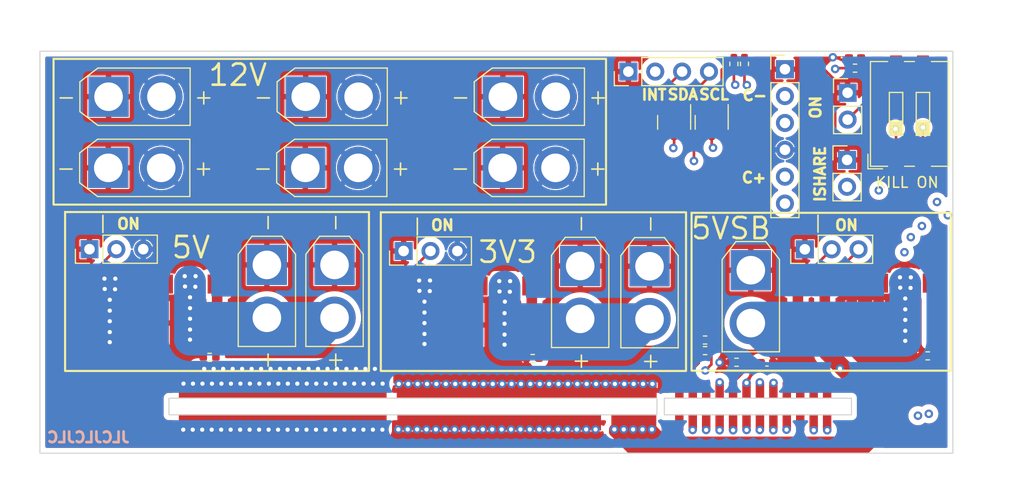
<source format=kicad_pcb>
(kicad_pcb (version 20211014) (generator pcbnew)
  (layers (0 "F.Cu" signal) (1 "In1.Cu" signal) (2 "In2.Cu" signal) (31 "B.Cu" signal) (34 "B.Paste" user) (35 "F.Paste" user) (36 "B.SilkS" user "B.Silkscreen") (37 "F.SilkS" user "F.Silkscreen") (38 "B.Mask" user) (39 "F.Mask" user) (44 "Edge.Cuts" user))
  (net 0 "")
  (net 6 "GND")
  (net 7 "Net-(J1-Pad2)")
  (net 8 "/12VSB")
  (net 9 "Net-(J2-Pad2)")
  (net 10 "/12V")
  (net 11 "Net-(J3-Pad2)")
  (net 12 "Net-(R1-Pad2)")
  (net 13 "Net-(R2-Pad2)")
  (net 14 "Net-(R3-Pad2)")
  (net 15 "/5VSB")
  (net 16 "/5V")
  (net 17 "/3.3V")
  (net 18 "I2C_SCL")
  (net 19 "I2C_SDA")
  (net 20 "I2C_INT")
  (net 21 "PS_ON")
  (net 22 "Net-(C1-Pad2)")
  (net 23 "Net-(D1-Pad2)")
  (net 24 "REMOTE_SENSE-")
  (net 26 "REMOTE_SENSE+")
  (net 28 "ISHARE")
  (net 29 "PWR_PRESENT")
  (net 30 "PWR_GOOD")
  (net 31 "PS_KILL_L")
  (net 32 "Net-(J14-Pad2)")
  (net 34 "Net-(J4-Pad3)")
  (net 35 "Net-(J4-Pad4)")
  (footprint "Connector_AMASS:AMASS_XT30U-F_1x02_P5.0mm_Vertical" (layer "F.Cu") (at 101.4625 16.15)
    (fp_text reference "J17" hide)
    (fp_text value "Conn_01x02")
  )
  (footprint "Connector_PinHeader_2.54mm:PinHeader_1x04_P2.54mm_Vertical" (layer "F.Cu") (at 113.35 7.05 90)
    (fp_text reference "J4" hide)
    (fp_text value "Conn_01x04_Male")
  )
  (footprint "Connector_PinHeader_2.54mm:PinHeader_1x02_P2.54mm_Vertical" (layer "F.Cu") (at 134.025 15.4)
    (fp_text reference "J6" hide)
    (fp_text value "Conn_01x02_Female")
  )
  (footprint "Resistor_SMD:R_0402_1005Metric_Pad0.72x0.64mm_HandSolder" (layer "F.Cu") (at 104.302 34.1725)
    (fp_text reference "R3" hide)
    (fp_text value "390")
  )
  (footprint "Resistor_SMD:R_0402_1005Metric_Pad0.72x0.64mm_HandSolder" (layer "F.Cu") (at 73.763 34.0635)
    (fp_text reference "R2" hide)
    (fp_text value "100")
  )
  (footprint "Connector_PinHeader_2.54mm:PinHeader_1x03_P2.54mm_Vertical" (layer "F.Cu") (at 62.41 23.8385 90)
    (fp_text reference "J2" hide)
    (fp_text value "Conn_01x03_Male")
  )
  (footprint "Connector_AMASS:AMASS_XT30U-F_1x02_P5.0mm_Vertical" (layer "F.Cu") (at 115.35 25.45 -90)
    (fp_text reference "J18" hide)
    (fp_text value "Conn_01x02")
  )
  (footprint "Capacitor_SMD:C_0402_1005Metric_Pad0.74x0.62mm_HandSolder" (layer "F.Cu") (at 126.45 34.525 180)
    (fp_text reference "C1" hide)
    (fp_text value "100pF")
  )
  (footprint "Connector_PinHeader_2.54mm:PinHeader_1x06_P2.54mm_Vertical" (layer "F.Cu") (at 128.15 6.825)
    (fp_text reference "J5" hide)
    (fp_text value "Conn_01x06_Female")
  )
  (footprint "Library:ZXDN10" (layer "F.Cu") (at 91.52 27.31)
    (fp_text reference "U4" hide)
    (fp_text value "ZXDN10")
  )
  (footprint "Library:DellPSU" (layer "F.Cu") (at 70.05 37.925)
    (fp_text reference "U1" hide)
    (fp_text value "DellPSU")
    (fp_rect (start 64.389 0) (end 46.7 1.57) (layer "Edge.Cuts") (width 0.1) (fill none))
    (fp_rect (start 46 0) (end -0.127 1.57) (layer "Edge.Cuts") (width 0.1) (fill none))
  )
  (footprint "Resistor_SMD:R_0402_1005Metric_Pad0.72x0.64mm_HandSolder" (layer "F.Cu") (at 120.6 33.425 180)
    (fp_text reference "R7" hide)
    (fp_text value "8.2K")
  )
  (footprint "Connector_AMASS:AMASS_XT30U-F_1x02_P5.0mm_Vertical" (layer "F.Cu") (at 85.575 25.325 -90)
    (fp_text reference "J12" hide)
    (fp_text value "Conn_01x02")
  )
  (footprint "Connector_PinHeader_2.54mm:PinHeader_1x03_P2.54mm_Vertical" (layer "F.Cu") (at 130.03 23.85 90)
    (fp_text reference "J1" hide)
    (fp_text value "Conn_01x03_Male")
  )
  (footprint "Library:ZXDN10" (layer "F.Cu") (at 61.778 27.135)
    (fp_text reference "U3" hide)
    (fp_text value "ZXDN10")
  )
  (footprint "Library:ZXDN10" (layer "F.Cu") (at 129.38 27.05)
    (fp_text reference "U2" hide)
    (fp_text value "ZXDN10")
  )
  (footprint "Package_TO_SOT_SMD:SOT-23" (layer "F.Cu") (at 121.225 11.85 -90)
    (fp_text reference "M1" hide)
    (fp_text value "MNMOS")
  )
  (footprint "Resistor_SMD:R_0402_1005Metric_Pad0.72x0.64mm_HandSolder" (layer "F.Cu") (at 123.575 34.525)
    (fp_text reference "R6" hide)
    (fp_text value "100K")
  )
  (footprint "Resistor_SMD:R_0402_1005Metric_Pad0.72x0.64mm_HandSolder" (layer "F.Cu") (at 124.325 6.325 -90)
    (fp_text reference "R4" hide)
    (fp_text value "2.2k")
  )
  (footprint "Button_Switch_SMD:SW_DIP_SPSTx02_Slide_9.78x7.26mm_W8.61mm_P2.54mm" (layer "F.Cu") (at 139.925 11.05 90)
    (fp_text reference "SW1" hide)
    (fp_text value "SW_DIP_x02")
  )
  (footprint "Connector_AMASS:AMASS_XT30U-F_1x02_P5.0mm_Vertical" (layer "F.Cu") (at 101.4875 9.425)
    (fp_text reference "J9" hide)
    (fp_text value "Conn_01x02")
  )
  (footprint "Connector_PinHeader_2.54mm:PinHeader_1x02_P2.54mm_Vertical" (layer "F.Cu") (at 134.075 9.05)
    (fp_text reference "J14" hide)
    (fp_text value "Conn_01x02_Female")
  )
  (footprint "Resistor_SMD:R_0402_1005Metric_Pad0.72x0.64mm_HandSolder" (layer "F.Cu") (at 141.65 33.925)
    (fp_text reference "R1" hide)
    (fp_text value "100")
  )
  (footprint "Connector_AMASS:AMASS_XT30U-F_1x02_P5.0mm_Vertical" (layer "F.Cu") (at 82.8125 16.15)
    (fp_text reference "J16" hide)
    (fp_text value "Conn_01x02")
  )
  (footprint "Connector_AMASS:AMASS_XT30U-F_1x02_P5.0mm_Vertical" (layer "F.Cu") (at 79.178 25.325 -90)
    (fp_text reference "J10" hide)
    (fp_text value "Conn_01x02")
  )
  (footprint "LED_SMD:LED_0402_1005Metric_Pad0.77x0.64mm_HandSolder" (layer "F.Cu") (at 134.775 5.725)
    (fp_text reference "D1" hide)
    (fp_text value "LED")
  )
  (footprint "Resistor_SMD:R_0402_1005Metric_Pad0.72x0.64mm_HandSolder" (layer "F.Cu") (at 120.6025 32.425)
    (fp_text reference "R8" hide)
    (fp_text value "3.0k")
  )
  (footprint "Resistor_SMD:R_0402_1005Metric_Pad0.72x0.64mm_HandSolder" (layer "F.Cu") (at 123.325 6.3275 -90)
    (fp_text reference "R5" hide)
    (fp_text value "2.2k")
  )
  (footprint "Connector_AMASS:AMASS_XT30U-F_1x02_P5.0mm_Vertical" (layer "F.Cu") (at 64.1875 16.15)
    (fp_text reference "J7" hide)
    (fp_text value "Conn_01x02")
  )
  (footprint "Package_TO_SOT_SMD:SOT-23" (layer "F.Cu") (at 117.675 11.85 -90)
    (fp_text reference "M2" hide)
    (fp_text value "MNMOS")
  )
  (footprint "Connector_AMASS:AMASS_XT30U-F_1x02_P5.0mm_Vertical" (layer "F.Cu") (at 108.7945 25.425 -90)
    (fp_text reference "J11" hide)
    (fp_text value "Conn_01x02")
  )
  (footprint "Connector_AMASS:AMASS_XT30U-F_1x02_P5.0mm_Vertical" (layer "F.Cu") (at 82.85 9.425)
    (fp_text reference "J15" hide)
    (fp_text value "Conn_01x02")
  )
  (footprint "Connector_AMASS:AMASS_XT30U-F_1x02_P5.0mm_Vertical" (layer "F.Cu") (at 64.2125 9.425)
    (fp_text reference "J8" hide)
    (fp_text value "Conn_01x02")
  )
  (footprint "Connector_PinHeader_2.54mm:PinHeader_1x03_P2.54mm_Vertical" (layer "F.Cu") (at 92.105 24.01 90)
    (fp_text reference "J3" hide)
    (fp_text value "Conn_01x03_Male")
  )
  (footprint "Resistor_SMD:R_0402_1005Metric_Pad0.72x0.64mm_HandSolder" (layer "F.Cu") (at 134.775 6.725 180)
    (fp_text reference "R9" hide)
    (fp_text value "2.2K")
  )
  (footprint "Connector_AMASS:AMASS_XT30U-F_1x02_P5.0mm_Vertical" (layer "F.Cu") (at 124.925 25.825 -90)
    (fp_text reference "J13" hide)
    (fp_text value "Conn_01x02")
  )
  (gr_rect (start 59.0125 5.85) (end 111.2375 19.625) (layer "F.SilkS") (width 0.2) (fill none))
  (gr_rect (start 119.325 20.4) (end 143.825 35.325) (layer "F.SilkS") (width 0.2) (fill none))
  (gr_line (start 93.4 22.5) (end 93.4 20.9) (layer "F.SilkS") (width 0.15))
  (gr_line (start 63.678 22.25) (end 63.678 20.65) (layer "F.SilkS") (width 0.15))
  (gr_rect (start 89.95 20.35) (end 118.8 35.35) (layer "F.SilkS") (width 0.2) (fill none))
  (gr_rect (start 60.103 20.325) (end 88.828 35.35) (layer "F.SilkS") (width 0.2) (fill none))
  (gr_line (start 131.275 22.225) (end 131.275 20.625) (layer "F.SilkS") (width 0.15))
  (gr_rect (start 57.725 5.125) (end 144.025 43.125) (layer "Edge.Cuts") (width 0.1) (fill none))
  (gr_text "JLCJLCJLC" (at 62.3 41.625) (layer "B.SilkS") (effects (font (size 1 1) (thickness 0.25)) (justify mirror)))
  (gr_text "C+" (at 125.225 17.075) (layer "F.SilkS") (effects (font (size 1 1) (thickness 0.25))))
  (gr_text "C-" (at 125.3 9.3) (layer "F.SilkS") (effects (font (size 1 1) (thickness 0.25))))
  (gr_text "SCL" (at 121.45 9.225) (layer "F.SilkS") (effects (font (size 1 1) (thickness 0.25))))
  (gr_text "ON" (at 131.05 10.425 90) (layer "F.SilkS") (effects (font (size 1 1) (thickness 0.25))))
  (gr_text "3V3" (at 101.945 24.11) (layer "F.SilkS") (effects (font (size 2 2) (thickness 0.25))))
  (gr_text "5VSB" (at 123.05 21.875) (layer "F.SilkS") (effects (font (size 2 2) (thickness 0.25))))
  (gr_text "5V" (at 72 23.675) (layer "F.SilkS") (effects (font (size 2 2) (thickness 0.25))))
  (gr_text "ISHARE" (at 131.475 16.725 90) (layer "F.SilkS") (effects (font (size 1 1) (thickness 0.25))))
  (gr_text "ON" (at 66.103 21.45) (layer "F.SilkS") (effects (font (size 1 1) (thickness 0.25))))
  (gr_text "12V" (at 76.4375 7.375) (layer "F.SilkS") (effects (font (size 2 2) (thickness 0.25))))
  (gr_text "ON" (at 133.975 21.575) (layer "F.SilkS") (effects (font (size 1 1) (thickness 0.25))))
  (gr_text "KILL ON" (at 139.7 17.525) (layer "F.SilkS") (effects (font (size 1 1))))
  (gr_text "SDA" (at 118.5 9.225) (layer "F.SilkS") (effects (font (size 1 1) (thickness 0.25))))
  (gr_text "ON" (at 95.775 21.575) (layer "F.SilkS") (effects (font (size 1 1) (thickness 0.25))))
  (gr_text "INT" (at 115.775 9.25) (layer "F.SilkS") (effects (font (size 1 1) (thickness 0.25))))
  (segment (start 66.858 27.135) (end 66.858 30.825) (width 1) (layer "F.Cu") (net 6))
  (segment (start 128.15 6.825) (end 131.85 6.825) (width 0.25) (layer "F.Cu") (net 6))
  (segment (start 137 27.05) (end 137 30.74) (width 1) (layer "F.Cu") (net 6))
  (segment (start 128.327 35.8345) (end 128.327 37.163) (width 0.25) (layer "F.Cu") (net 6))
  (segment (start 131.55 6.825) (end 132.675 5.7) (width 0.25) (layer "F.Cu") (net 6))
  (segment (start 96.6 27.31) (end 96.6 31) (width 1) (layer "F.Cu") (net 6))
  (segment (start 132.9 10.225) (end 132.9 14.275) (width 0.25) (layer "F.Cu") (net 6))
  (segment (start 134.075 9.05) (end 132.9 10.225) (width 0.25) (layer "F.Cu") (net 6))
  (segment (start 134.2025 5.725) (end 132.675 5.725) (width 0.25) (layer "F.Cu") (net 6))
  (segment (start 121.968617 34.54654) (end 122.9275 34.55) (width 0.25) (layer "F.Cu") (net 6))
  (segment (start 131.85 6.825) (end 134.075 9.05) (width 0.25) (layer "F.Cu") (net 6))
  (segment (start 69.398 27.135) (end 69.398 30.825) (width 1) (layer "F.Cu") (net 6))
  (segment (start 128.15 6.825) (end 131.55 6.825) (width 0.25) (layer "F.Cu") (net 6))
  (segment (start 99.14 27.31) (end 99.14 31) (width 1) (layer "F.Cu") (net 6))
  (segment (start 132.9 14.275) (end 134.025 15.4) (width 0.25) (layer "F.Cu") (net 6))
  (segment (start 134.46 27.05) (end 134.46 30.74) (width 1) (layer "F.Cu") (net 6))
  (segment (start 128.327 37.163) (end 129.597 37.163) (width 0.25) (layer "F.Cu") (net 6))
  (segment (start 127.0175 34.525) (end 128.327 35.8345) (width 0.25) (layer "F.Cu") (net 6))
  (via (at 102.307532 36.575) (size 0.8) (drill 0.4) (layers "F.Cu" "B.Cu") (net 6))
  (via (at 97.818377 40.875) (size 0.8) (drill 0.4) (layers "F.Cu" "B.Cu") (net 6))
  (via (at 120.7 40.925) (size 0.8) (drill 0.4) (layers "F.Cu" "B.Cu") (net 6))
  (via (at 97.868377 36.575) (size 0.8) (drill 0.4) (layers "F.Cu" "B.Cu") (net 6))
  (via (at 94.317053 36.575) (size 0.8) (drill 0.4) (layers "F.Cu" "B.Cu") (net 6))
  (via (at 95.154884 40.875) (size 0.8) (drill 0.4) (layers "F.Cu" "B.Cu") (net 6))
  (via (at 96.980546 36.575) (size 0.8) (drill 0.4) (layers "F.Cu" "B.Cu") (net 6))
  (via (at 106.696687 40.875) (size 0.8) (drill 0.4) (layers "F.Cu" "B.Cu") (net 6))
  (via (at 99.644039 36.575) (size 0.8) (drill 0.4) (layers "F.Cu" "B.Cu") (net 6))
  (via (at 91.65356 36.575) (size 0.8) (drill 0.4) (layers "F.Cu" "B.Cu") (net 6))
  (via (at 106.746687 36.575) (size 0.8) (drill 0.4) (layers "F.Cu" "B.Cu") (net 6))
  (via (at 109.41018 36.575) (size 0.8) (drill 0.4) (layers "F.Cu" "B.Cu") (net 6))
  (via (at 104.921025 40.875) (size 0.8) (drill 0.4) (layers "F.Cu" "B.Cu") (net 6))
  (via (at 93.379222 40.875) (size 0.8) (drill 0.4) (layers "F.Cu" "B.Cu") (net 6))
  (via (at 96.042715 40.875) (size 0.8) (drill 0.4) (layers "F.Cu" "B.Cu") (net 6))
  (via (at 132.675 5.7) (size 0.8) (drill 0.4) (layers "F.Cu" "B.Cu") (net 6))
  (via (at 104.971025 36.575) (size 0.8) (drill 0.4) (layers "F.Cu" "B.Cu") (net 6))
  (via (at 111.185842 36.575) (size 0.8) (drill 0.4) (layers "F.Cu" "B.Cu") (net 6))
  (via (at 96.930546 40.875) (size 0.8) (drill 0.4) (layers "F.Cu" "B.Cu") (net 6))
  (via (at 96.092715 36.575) (size 0.8) (drill 0.4) (layers "F.Cu" "B.Cu") (net 6))
  (via (at 121.968617 34.54654) (size 0.8) (drill 0.4) (layers "F.Cu" "B.Cu") (net 6))
  (via (at 110.298011 36.575) (size 0.8) (drill 0.4) (layers "F.Cu" "B.Cu") (net 6))
  (via (at 113.849335 36.575) (size 0.8) (drill 0.4) (layers "F.Cu" "B.Cu") (net 6))
  (via (at 108.522349 36.575) (size 0.8) (drill 0.4) (layers "F.Cu" "B.Cu") (net 6))
  (via (at 100.48187 40.875) (size 0.8) (drill 0.4) (layers "F.Cu" "B.Cu") (net 6))
  (via (at 112.961504 36.575) (size 0.8) (drill 0.4) (layers "F.Cu" "B.Cu") (net 6))
  (via (at 123.25 40.95) (size 0.8) (drill 0.4) (layers "F.Cu" "B.Cu") (net 6))
  (via (at 107.584518 40.875) (size 0.8) (drill 0.4) (layers "F.Cu" "B.Cu") (net 6))
  (via (at 98.706208 40.875) (size 0.8) (drill 0.4) (layers "F.Cu" "B.Cu") (net 6))
  (via (at 114.737166 36.575) (size 0.8) (drill 0.4) (layers "F.Cu" "B.Cu") (net 6))
  (via (at 128.3 40.9) (size 0.8) (drill 0.4) (layers "F.Cu" "B.Cu") (net 6))
  (via (at 102.257532 40.875) (size 0.8) (drill 0.4) (layers "F.Cu" "B.Cu") (net 6))
  (via (at 95.204884 36.575) (size 0.8) (drill 0.4) (layers "F.Cu" "B.Cu") (net 6))
  (via (at 125.775 40.925) (size 0.8) (drill 0.4) (layers "F.Cu" "B.Cu") (net 6))
  (via (at 92.491391 40.875) (size 0.8) (drill 0.4) (layers "F.Cu" "B.Cu") (net 6))
  (via (at 115.625 36.575) (size 0.8) (drill 0.4) (layers "F.Cu" "B.Cu") (net 6))
  (via (at 110.248011 40.875) (size 0.8) (drill 0.4) (layers "F.Cu" "B.Cu") (net 6))
  (via (at 98.756208 36.575) (size 0.8) (drill 0.4) (layers "F.Cu" "B.Cu") (net 6))
  (via (at 103.145363 40.875) (size 0.8) (drill 0.4) (layers "F.Cu" "B.Cu") (net 6))
  (via (at 92.541391 36.575) (size 0.8) (drill 0.4) (layers "F.Cu" "B.Cu") (net 6))
  (via (at 100.53187 36.575) (size 0.8) (drill 0.4) (layers "F.Cu" "B.Cu") (net 6))
  (via (at 108.472349 40.875) (size 0.8) (drill 0.4) (layers "F.Cu" "B.Cu") (net 6))
  (via (at 103.195363 36.575) (size 0.8) (drill 0.4) (layers "F.Cu" "B.Cu") (net 6))
  (via (at 101.369701 40.875) (size 0.8) (drill 0.4) (layers "F.Cu" "B.Cu") (net 6))
  (via (at 99.594039 40.875) (size 0.8) (drill 0.4) (layers "F.Cu" "B.Cu") (net 6))
  (via (at 107.634518 36.575) (size 0.8) (drill 0.4) (layers "F.Cu" "B.Cu") (net 6))
  (via (at 112.073673 36.575) (size 0.8) (drill 0.4) (layers "F.Cu" "B.Cu") (net 6))
  (via (at 109.36018 40.875) (size 0.8) (drill 0.4) (layers "F.Cu" "B.Cu") (net 6))
  (via (at 104.033194 40.875) (size 0.8) (drill 0.4) (layers "F.Cu" "B.Cu") (net 6))
  (via (at 124.525 36.475) (size 0.8) (drill 0.4) (layers "F.Cu" "B.Cu") (net 6))
  (via (at 91.60356 40.875) (size 0.8) (drill 0.4) (layers "F.Cu" "B.Cu") (net 6))
  (via (at 105.808856 40.875) (size 0.8) (drill 0.4) (layers "F.Cu" "B.Cu") (net 6))
  (via (at 94.267053 40.875) (size 0.8) (drill 0.4) (layers "F.Cu" "B.Cu") (net 6))
  (via (at 105.858856 36.575) (size 0.8) (drill 0.4) (layers "F.Cu" "B.Cu") (net 6))
  (via (at 93.429222 36.575) (size 0.8) (drill 0.4) (layers "F.Cu" "B.Cu") (net 6))
  (via (at 104.083194 36.575) (size 0.8) (drill 0.4) (layers "F.Cu" "B.Cu") (net 6))
  (via (at 101.419701 36.575) (size 0.8) (drill 0.4) (layers "F.Cu" "B.Cu") (net 6))
  (segment (start 129.38 27.05) (end 129.38 30.74) (width 1) (layer "F.Cu") (net 7))
  (segment (start 132.57 23.85) (end 129.38 27.04) (width 0.25) (layer "F.Cu") (net 7))
  (segment (start 135.725 37.6) (end 135.725 40.35) (width 1) (layer "F.Cu") (net 8))
  (segment (start 133.925 42.05) (end 136.4 42.05) (width 1) (layer "F.Cu") (net 8))
  (segment (start 114.95 42.625) (end 116.225 42.625) (width 1) (layer "F.Cu") (net 8))
  (segment (start 114.687166 40.875) (end 114.687166 41.087166) (width 1) (layer "F.Cu") (net 8))
  (segment (start 131.92 27.05) (end 131.92 30.74) (width 1) (layer "F.Cu") (net 8))
  (segment (start 131.92 33.795) (end 135.725 37.6) (width 1) (layer "F.Cu") (net 8))
  (segment (start 113.55 42.625) (end 114.95 42.625) (width 1) (layer "F.Cu") (net 8))
  (segment (start 133.925 42.05) (end 135.15 42.05) (width 1) (layer "F.Cu") (net 8))
  (segment (start 121.1975 34.7275) (end 120.625 35.3) (width 0.25) (layer "F.Cu") (net 8))
  (segment (start 135.625 40.35) (end 133.925 42.05) (width 1) (layer "F.Cu") (net 8))
  (segment (start 115.575 40.875) (end 116.75 42.05) (width 1) (layer "F.Cu") (net 8))
  (segment (start 112.023673 41.098673) (end 113.55 42.625) (width 1) (layer "F.Cu") (net 8))
  (segment (start 136.55 37.5) (end 131.92 32.87) (width 1) (layer "F.Cu") (net 8))
  (segment (start 136.55 40.65) (end 136.55 37.5) (width 1) (layer "F.Cu") (net 8))
  (segment (start 112.911504 40.875) (end 113.2 40.875) (width 1) (layer "F.Cu") (net 8))
  (segment (start 121.1975 33.425) (end 121.1975 34.7275) (width 0.25) (layer "F.Cu") (net 8))
  (segment (start 116.75 42.05) (end 133.925 42.05) (width 1) (layer "F.Cu") (net 8))
  (segment (start 114.687166 41.087166) (end 116.225 42.625) (width 1) (layer "F.Cu") (net 8))
  (segment (start 135.825 42.625) (end 136.55 41.9) (width 1) (layer "F.Cu") (net 8))
  (segment (start 116.225 42.625) (end 117.325 42.625) (width 1) (layer "F.Cu") (net 8))
  (segment (start 136.4 42.05) (end 136.55 41.9) (width 1) (layer "F.Cu") (net 8))
  (segment (start 131.92 32.87) (end 131.92 30.74) (width 1) (layer "F.Cu") (net 8))
  (segment (start 135.7 41.5) (end 136.55 40.65) (width 1) (layer "F.Cu") (net 8))
  (segment (start 116.75 42.05) (end 117.325 42.625) (width 1) (layer "F.Cu") (net 8))
  (segment (start 113.2 40.875) (end 114.95 42.625) (width 1) (layer "F.Cu") (net 8))
  (segment (start 112.911504 40.875) (end 115.575 40.875) (width 1) (layer "F.Cu") (net 8))
  (segment (start 117.325 42.625) (end 135.825 42.625) (width 1) (layer "F.Cu") (net 8))
  (segment (start 131.92 32.87) (end 131.92 33.795) (width 1) (layer "F.Cu") (net 8))
  (segment (start 135.725 41.475) (end 135.7 41.5) (width 1) (layer "F.Cu") (net 8))
  (segment (start 135.095 23.93) (end 131.905 27.12) (width 0.25) (layer "F.Cu") (net 8))
  (segment (start 135.15 42.05) (end 135.7 41.5) (width 1) (layer "F.Cu") (net 8))
  (segment (start 136.55 41.9) (end 136.55 40.65) (width 1) (layer "F.Cu") (net 8))
  (segment (start 112.023673 40.875) (end 112.023673 41.098673) (width 1) (layer "F.Cu") (net 8))
  (segment (start 135.725 40.35) (end 135.725 41.475) (width 1) (layer "F.Cu") (net 8))
  (segment (start 135.725 40.35) (end 135.625 40.35) (width 1) (layer "F.Cu") (net 8))
  (via (at 115.575 40.875) (size 0.8) (drill 0.4) (layers "F.Cu" "B.Cu") (net 8))
  (via (at 114.687166 40.875) (size 0.8) (drill 0.4) (layers "F.Cu" "B.Cu") (net 8))
  (via (at 112.911504 40.875) (size 0.8) (drill 0.4) (layers "F.Cu" "B.Cu") (net 8))
  (via (at 113.799335 40.875) (size 0.8) (drill 0.4) (layers "F.Cu" "B.Cu") (net 8))
  (via (at 112.023673 40.875) (size 0.8) (drill 0.4) (layers "F.Cu" "B.Cu") (net 8))
  (via (at 120.625 35.3) (size 0.8) (drill 0.4) (layers "F.Cu" "B.Cu") (net 8))
  (via (at 133.35 35.125) (size 0.8) (drill 0.4) (layers "F.Cu" "B.Cu") (net 8))
  (segment (start 61.778 27.135) (end 61.778 30.825) (width 1) (layer "F.Cu") (net 9))
  (segment (start 64.95 23.8385) (end 61.778 27.0105) (width 0.25) (layer "F.Cu") (net 9))
  (segment (start 73.253576 35.15) (end 72.69644 35.15) (width 1) (layer "F.Cu") (net 10))
  (segment (start 79.528572 35.489292) (end 78.467864 36.55) (width 1) (layer "F.Cu") (net 10))
  (segment (start 89.38928 35.15) (end 81.321428 35.15) (width 1) (layer "F.Cu") (net 10))
  (segment (start 88.328572 35.882148) (end 87.596424 35.15) (width 1) (layer "F.Cu") (net 10))
  (segment (start 76.839288 35.15) (end 76.839288 35.489292) (width 1) (layer "F.Cu") (net 10))
  (segment (start 90.12144 36.55) (end 90.12144 35.88216) (width 1) (layer "F.Cu") (net 10))
  (segment (start 82.950004 36.55) (end 82.950004 36.210708) (width 1) (layer "F.Cu") (net 10))
  (segment (start 81.157148 36.55) (end 81.157148 36.210708) (width 1) (layer "F.Cu") (net 10))
  (segment (start 73.253576 35.489292) (end 72.192868 36.55) (width 1) (layer "F.Cu") (net 10))
  (segment (start 75.046432 35.489292) (end 73.985724 36.55) (width 1) (layer "F.Cu") (net 10))
  (segment (start 78.632144 35.15) (end 78.632144 35.489292) (width 1) (layer "F.Cu") (net 10))
  (segment (start 84.74286 36.210708) (end 85.803568 35.15) (width 1) (layer "F.Cu") (net 10))
  (segment (start 89.225 35.882148) (end 88.492852 35.15) (width 1) (layer "F.Cu") (net 10))
  (segment (start 78.632144 35.489292) (end 77.571436 36.55) (width 1) (layer "F.Cu") (net 10))
  (segment (start 76.839288 35.15) (end 73.253576 35.15) (width 1) (layer "F.Cu") (net 10))
  (segment (start 75.94286 35.15) (end 75.94286 35.489292) (width 1) (layer "F.Cu") (net 10))
  (segment (start 87.432144 35.882148) (end 86.699996 35.15) (width 1) (layer "F.Cu") (net 10))
  (segment (start 85.639288 36.55) (end 85.639288 36.210708) (width 1) (layer "F.Cu") (net 10))
  (segment (start 72.192868 36.55) (end 72.750004 36.55) (width 1) (layer "F.Cu") (net 10))
  (segment (start 82.950004 36.210708) (end 84.010712 35.15) (width 1) (layer "F.Cu") (net 10))
  (segment (start 82.053576 36.210708) (end 83.114284 35.15) (width 1) (layer "F.Cu") (net 10))
  (segment (start 81.321428 35.15) (end 81.321428 35.489292) (width 1) (layer "F.Cu") (net 10))
  (segment (start 75.94286 35.489292) (end 74.882152 36.55) (width 1) (layer "F.Cu") (net 10))
  (segment (start 83.846432 36.210708) (end 84.90714 35.15) (width 1) (layer "F.Cu") (net 10))
  (segment (start 81.321428 35.489292) (end 80.26072 36.55) (width 1) (layer "F.Cu") (net 10))
  (segment (start 80.425 35.489292) (end 79.364292 36.55) (width 1) (layer "F.Cu") (net 10))
  (segment (start 81.157148 36.210708) (end 82.217856 35.15) (width 1) (layer "F.Cu") (net 10))
  (segment (start 75.046432 35.15) (end 75.046432 35.489292) (width 1) (layer "F.Cu") (net 10))
  (segment (start 64.318 27.135) (end 64.318 30.825) (width 1) (layer "F.Cu") (net 10))
  (segment (start 86.535716 36.55) (end 86.535716 35.31428) (width 1) (layer "F.Cu") (net 10))
  (segment (start 80.425 35.15) (end 80.425 35.489292) (width 1) (layer "F.Cu") (net 10))
  (segment (start 83.846432 36.55) (end 83.846432 36.210708) (width 1) (layer "F.Cu") (net 10))
  (segment (start 82.053576 36.55) (end 82.053576 36.210708) (width 1) (layer "F.Cu") (net 10))
  (segment (start 72.69644 35.15) (end 71.29644 36.55) (width 1) (layer "F.Cu") (net 10))
  (segment (start 88.328572 36.55) (end 88.328572 35.882148) (width 1) (layer "F.Cu") (net 10))
  (segment (start 89.225 36.55) (end 89.225 35.882148) (width 1) (layer "F.Cu") (net 10))
  (segment (start 79.528572 35.15) (end 79.528572 35.489292) (width 1) (layer "F.Cu") (net 10))
  (segment (start 85.639288 36.210708) (end 86.535716 35.31428) (width 1) (layer "F.Cu") (net 10))
  (segment (start 72.750004 36.55) (end 74.150004 35.15) (width 1) (layer "F.Cu") (net 10))
  (segment (start 90.12144 35.88216) (end 89.38928 35.15) (width 1) (layer "F.Cu") (net 10))
  (segment (start 73.253576 35.15) (end 73.253576 35.489292) (width 1) (layer "F.Cu") (net 10))
  (segment (start 81.321428 35.15) (end 77.04286 35.15) (width 1) (layer "F.Cu") (net 10))
  (segment (start 84.74286 36.55) (end 84.74286 36.210708) (width 1) (layer "F.Cu") (net 10))
  (segment (start 76.725 36.55) (end 76.675008 36.55) (width 1) (layer "F.Cu") (net 10))
  (segment (start 94.06 27.31) (end 94.06 31) (width 1) (layer "F.Cu") (net 10))
  (segment (start 76.839288 35.489292) (end 75.77858 36.55) (width 1) (layer "F.Cu") (net 10))
  (segment (start 77.735716 35.539284) (end 76.725 36.55) (width 1) (layer "F.Cu") (net 10))
  (segment (start 86.535716 35.31428) (end 86.699996 35.15) (width 1) (layer "F.Cu") (net 10))
  (segment (start 87.432144 36.55) (end 87.432144 35.882148) (width 1) (layer "F.Cu") (net 10))
  (segment (start 77.735716 35.15) (end 77.735716 35.539284) (width 1) (layer "F.Cu") (net 10))
  (via (at 71.27144 40.9) (size 0.8) (drill 0.4) (layers "F.Cu" "B.Cu") (net 10))
  (via (at 79.364292 36.55) (size 0.8) (drill 0.4) (layers "F.Cu" "B.Cu") (net 10))
  (via (at 90.12144 36.55) (size 0.8) (drill 0.4) (layers "F.Cu" "B.Cu") (net 10))
  (via (at 78.467864 36.55) (size 0.8) (drill 0.4) (layers "F.Cu" "B.Cu") (net 10))
  (via (at 87.407144 40.9) (size 0.8) (drill 0.4) (layers "F.Cu" "B.Cu") (net 10))
  (via (at 77.735716 35.15) (size 0.8) (drill 0.4) (layers "F.Cu" "B.Cu") (net 10))
  (via (at 76.839288 35.15) (size 0.8) (drill 0.4) (layers "F.Cu" "B.Cu") (net 10))
  (via (at 76.650008 40.9) (size 0.8) (drill 0.4) (layers "F.Cu" "B.Cu") (net 10))
  (via (at 83.821432 40.9) (size 0.8) (drill 0.4) (layers "F.Cu" "B.Cu") (net 10))
  (via (at 90.09644 40.9) (size 0.8) (drill 0.4) (layers "F.Cu" "B.Cu") (net 10))
  (via (at 94.075 30.825) (size 0.8) (drill 0.4) (layers "F.Cu" "B.Cu") (net 10))
  (via (at 88.328572 36.55) (size 0.8) (drill 0.4) (layers "F.Cu" "B.Cu") (net 10))
  (via (at 73.089296 36.55) (size 0.8) (drill 0.4) (layers "F.Cu" "B.Cu") (net 10))
  (via (at 82.217856 35.15) (size 0.8) (drill 0.4) (layers "F.Cu" "B.Cu") (net 10))
  (via (at 79.528572 35.15) (size 0.8) (drill 0.4) (layers "F.Cu" "B.Cu") (net 10))
  (via (at 93.575 26.8) (size 0.8) (drill 0.4) (layers "F.Cu" "B.Cu") (net 10))
  (via (at 79.339292 40.9) (size 0.8) (drill 0.4) (layers "F.Cu" "B.Cu") (net 10))
  (via (at 85.614288 40.9) (size 0.8) (drill 0.4) (layers "F.Cu" "B.Cu") (net 10))
  (via (at 82.925004 40.9) (size 0.8) (drill 0.4) (layers "F.Cu" "B.Cu") (net 10))
  (via (at 84.74286 36.55) (size 0.8) (drill 0.4) (layers "F.Cu" "B.Cu") (net 10))
  (via (at 78.632144 35.15) (size 0.8) (drill 0.4) (layers "F.Cu" "B.Cu") (net 10))
  (via (at 80.23572 40.9) (size 0.8) (drill 0.4) (layers "F.Cu" "B.Cu") (net 10))
  (via (at 88.492852 35.15) (size 0.8) (drill 0.4) (layers "F.Cu" "B.Cu") (net 10))
  (via (at 74.882152 36.55) (size 0.8) (drill 0.4) (layers "F.Cu" "B.Cu") (net 10))
  (via (at 74.150004 35.15) (size 0.8) (drill 0.4) (layers "F.Cu" "B.Cu") (net 10))
  (via (at 86.535716 36.55) (size 0.8) (drill 0.4) (layers "F.Cu" "B.Cu") (net 10))
  (via (at 83.846432 36.55) (size 0.8) (drill 0.4) (layers "F.Cu" "B.Cu") (net 10))
  (via (at 80.26072 36.55) (size 0.8) (drill 0.4) (layers "F.Cu" "B.Cu") (net 10))
  (via (at 87.596424 35.15) (size 0.8) (drill 0.4) (layers "F.Cu" "B.Cu") (net 10))
  (via (at 64.325 29.65) (size 0.8) (drill 0.4) (layers "F.Cu" "B.Cu") (net 10))
  (via (at 80.425 35.15) (size 0.8) (drill 0.4) (layers "F.Cu" "B.Cu") (net 10))
  (via (at 78.442864 40.9) (size 0.8) (drill 0.4) (layers "F.Cu" "B.Cu") (net 10))
  (via (at 88.303572 40.9) (size 0.8) (drill 0.4) (layers "F.Cu" "B.Cu") (net 10))
  (via (at 64.325 31.675) (size 0.8) (drill 0.4) (layers "F.Cu" "B.Cu") (net 10))
  (via (at 77.571436 36.55) (size 0.8) (drill 0.4) (layers "F.Cu" "B.Cu") (net 10))
  (via (at 63.825 26.625) (size 0.8) (drill 0.4) (layers "F.Cu" "B.Cu") (net 10))
  (via (at 81.132148 40.9) (size 0.8) (drill 0.4) (layers "F.Cu" "B.Cu") (net 10))
  (via (at 94.075 28.8) (size 0.8) (drill 0.4) (layers "F.Cu" "B.Cu") (net 10))
  (via (at 82.950004 36.55) (size 0.8) (drill 0.4) (layers "F.Cu" "B.Cu") (net 10))
  (via (at 64.325 28.625) (size 0.8) (drill 0.4) (layers "F.Cu" "B.Cu") (net 10))
  (via (at 72.167868 40.9) (size 0.8) (drill 0.4) (layers "F.Cu" "B.Cu") (net 10))
  (via (at 75.94286 35.15) (size 0.8) (drill 0.4) (layers "F.Cu" "B.Cu") (net 10))
  (via (at 94.075 29.825) (size 0.8) (drill 0.4) (layers "F.Cu" "B.Cu") (net 10))
  (via (at 94.575 27.8) (size 0.8) (drill 0.4) (layers "F.Cu" "B.Cu") (net 10))
  (via (at 77.546436 40.9) (size 0.8) (drill 0.4) (layers "F.Cu" "B.Cu") (net 10))
  (via (at 81.321428 35.15) (size 0.8) (drill 0.4) (layers "F.Cu" "B.Cu") (net 10))
  (via (at 84.90714 35.15) (size 0.8) (drill 0.4) (layers "F.Cu" "B.Cu") (net 10))
  (via (at 94.075 32.8) (size 0.8) (drill 0.4) (layers "F.Cu" "B.Cu") (net 10))
  (via (at 89.2 40.9) (size 0.8) (drill 0.4) (layers "F.Cu" "B.Cu") (net 10))
  (via (at 84.010712 35.15) (size 0.8) (drill 0.4) (layers "F.Cu" "B.Cu") (net 10))
  (via (at 64.85 26.625) (size 0.8) (drill 0.4) (layers "F.Cu" "B.Cu") (net 10))
  (via (at 83.114284 35.15) (size 0.8) (drill 0.4) (layers "F.Cu" "B.Cu") (net 10))
  (via (at 85.803568 35.15) (size 0.8) (drill 0.4) (layers "F.Cu" "B.Cu") (net 10))
  (via (at 63.85 27.6) (size 0.8) (drill 0.4) (layers "F.Cu" "B.Cu") (net 10))
  (via (at 82.028576 40.9) (size 0.8) (drill 0.4) (layers "F.Cu" "B.Cu") (net 10))
  (via (at 73.960724 40.9) (size 0.8) (drill 0.4) (layers "F.Cu" "B.Cu") (net 10))
  (via (at 64.325 30.65) (size 0.8) (drill 0.4) (layers "F.Cu" "B.Cu") (net 10))
  (via (at 81.157148 36.55) (size 0.8) (drill 0.4) (layers "F.Cu" "B.Cu") (net 10))
  (via (at 94.075 31.85) (size 0.8) (drill 0.4) (layers "F.Cu" "B.Cu") (net 10))
  (via (at 94.6 26.8) (size 0.8) (drill 0.4) (layers "F.Cu" "B.Cu") (net 10))
  (via (at 64.325 32.625) (size 0.8) (drill 0.4) (layers "F.Cu" "B.Cu") (net 10))
  (via (at 75.75358 40.9) (size 0.8) (drill 0.4) (layers "F.Cu" "B.Cu") (net 10))
  (via (at 86.699996 35.15) (size 0.8) (drill 0.4) (layers "F.Cu" "B.Cu") (net 10))
  (via (at 73.985724 36.55) (size 0.8) (drill 0.4) (layers "F.Cu" "B.Cu") (net 10))
  (via (at 76.675008 36.55) (size 0.8) (drill 0.4) (layers "F.Cu" "B.Cu") (net 10))
  (via (at 71.29644 36.55) (size 0.8) (drill 0.4) (layers "F.Cu" "B.Cu") (net 10))
  (via (at 82.053576 36.55) (size 0.8) (drill 0.4) (layers "F.Cu" "B.Cu") (net 10))
  (via (at 87.432144 36.55) (size 0.8) (drill 0.4) (layers "F.Cu" "B.Cu") (net 10))
  (via (at 89.225 36.55) (size 0.8) (drill 0.4) (layers "F.Cu" "B.Cu") (net 10))
  (via (at 84.71786 40.9) (size 0.8) (drill 0.4) (layers "F.Cu" "B.Cu") (net 10))
  (via (at 64.825 27.625) (size 0.8) (drill 0.4) (layers "F.Cu" "B.Cu") (net 10))
  (via (at 89.38928 35.15) (size 0.8) (drill 0.4) (layers "F.Cu" "B.Cu") (net 10))
  (via (at 75.046432 35.15) (size 0.8) (drill 0.4) (layers "F.Cu" "B.Cu") (net 10))
  (via (at 72.192868 36.55) (size 0.8) (drill 0.4) (layers "F.Cu" "B.Cu") (net 10))
  (via (at 73.253576 35.15) (size 0.8) (drill 0.4) (layers "F.Cu" "B.Cu") (net 10))
  (via (at 73.064296 40.9) (size 0.8) (drill 0.4) (layers "F.Cu" "B.Cu") (net 10))
  (via (at 85.639288 36.55) (size 0.8) (drill 0.4) (layers "F.Cu" "B.Cu") (net 10))
  (via (at 93.6 27.775) (size 0.8) (drill 0.4) (layers "F.Cu" "B.Cu") (net 10))
  (via (at 74.857152 40.9) (size 0.8) (drill 0.4) (layers "F.Cu" "B.Cu") (net 10))
  (via (at 75.77858 36.55) (size 0.8) (drill 0.4) (layers "F.Cu" "B.Cu") (net 10))
  (via (at 86.510716 40.9) (size 0.8) (drill 0.4) (layers "F.Cu" "B.Cu") (net 10))
  (segment (start 91.52 27.31) (end 91.52 31) (width 1) (layer "F.Cu") (net 11))
  (segment (start 91.52 27.135) (end 94.645 24.01) (width 0.25) (layer "F.Cu") (net 11))
  (segment (start 142.08 30.74) (end 142.08 33.7575) (width 0.25) (layer "F.Cu") (net 12))
  (segment (start 142.08 27.05) (end 142.08 30.74) (width 1) (layer "F.Cu") (net 12))
  (segment (start 74.478 27.135) (end 74.478 30.825) (width 1) (layer "F.Cu") (net 13))
  (segment (start 74.478 30.825) (end 74.478 33.946) (width 0.25) (layer "F.Cu") (net 13))
  (segment (start 104.22 33.493) (end 104.8995 34.1725) (width 0.25) (layer "F.Cu") (net 14))
  (segment (start 104.22 31) (end 104.22 33.493) (width 0.25) (layer "F.Cu") (net 14))
  (segment (start 104.22 27.31) (end 104.22 31) (width 1) (layer "F.Cu") (net 14))
  (segment (start 139.54 27.05) (end 139.54 30.74) (width 1) (layer "F.Cu") (net 15))
  (via (at 139.525 31.55) (size 0.8) (drill 0.4) (layers "F.Cu" "B.Cu") (net 15))
  (via (at 140.05 26.5) (size 0.8) (drill 0.4) (layers "F.Cu" "B.Cu") (net 15))
  (via (at 140.025 27.5) (size 0.8) (drill 0.4) (layers "F.Cu" "B.Cu") (net 15))
  (via (at 139.525 30.525) (size 0.8) (drill 0.4) (layers "F.Cu" "B.Cu") (net 15))
  (via (at 139.525 29.525) (size 0.8) (drill 0.4) (layers "F.Cu" "B.Cu") (net 15))
  (via (at 139.525 28.5) (size 0.8) (drill 0.4) (layers "F.Cu" "B.Cu") (net 15))
  (via (at 139.05 27.475) (size 0.8) (drill 0.4) (layers "F.Cu" "B.Cu") (net 15))
  (via (at 139.025 26.5) (size 0.8) (drill 0.4) (layers "F.Cu" "B.Cu") (net 15))
  (via (at 139.525 32.5) (size 0.8) (drill 0.4) (layers "F.Cu" "B.Cu") (net 15))
  (segment (start 126.6 32.5) (end 124.925 30.825) (width 3) (layer "B.Cu") (net 15))
  (segment (start 138.375 30.3) (end 138.45 30.225) (width 3) (layer "B.Cu") (net 15))
  (segment (start 139.525 32.5) (end 139.525 27.1) (width 3) (layer "B.Cu") (net 15))
  (segment (start 139.075 27.475) (end 139.4875 27.0625) (width 1) (layer "B.Cu") (net 15))
  (segment (start 125.03 30.3) (end 138.375 30.3) (width 3) (layer "B.Cu") (net 15))
  (segment (start 139.525 27.1) (end 139.4875 27.0625) (width 3) (layer "B.Cu") (net 15))
  (segment (start 139.4875 27.0625) (end 140.05 26.5) (width 1) (layer "B.Cu") (net 15))
  (segment (start 139.05 27.475) (end 139.075 27.475) (width 1) (layer "B.Cu") (net 15))
  (segment (start 139.025 26.5) (end 140.025 27.5) (width 1) (layer "B.Cu") (net 15))
  (segment (start 139.525 32.5) (end 126.6 32.5) (width 3) (layer "B.Cu") (net 15))
  (segment (start 71.938 27.135) (end 71.938 30.825) (width 1) (layer "F.Cu") (net 16))
  (via (at 72.438 26.3885) (size 0.8) (drill 0.4) (layers "F.Cu" "B.Cu") (net 16))
  (via (at 71.913 28.3885) (size 0.8) (drill 0.4) (layers "F.Cu" "B.Cu") (net 16))
  (via (at 71.913 29.4135) (size 0.8) (drill 0.4) (layers "F.Cu" "B.Cu") (net 16))
  (via (at 71.438 27.3635) (size 0.8) (drill 0.4) (layers "F.Cu" "B.Cu") (net 16))
  (via (at 71.913 30.4135) (size 0.8) (drill 0.4) (layers "F.Cu" "B.Cu") (net 16))
  (via (at 71.413 26.3885) (size 0.8) (drill 0.4) (layers "F.Cu" "B.Cu") (net 16))
  (via (at 71.913 32.3885) (size 0.8) (drill 0.4) (layers "F.Cu" "B.Cu") (net 16))
  (via (at 71.913 31.4385) (size 0.8) (drill 0.4) (layers "F.Cu" "B.Cu") (net 16))
  (via (at 72.413 27.3885) (size 0.8) (drill 0.4) (layers "F.Cu" "B.Cu") (net 16))
  (segment (start 71.913 26.8885) (end 72.413 26.3885) (width 1) (layer "B.Cu") (net 16))
  (segment (start 72.413 26.3885) (end 71.438 27.3635) (width 1) (layer "B.Cu") (net 16))
  (segment (start 85.575 30.325) (end 71.998 30.325) (width 3) (layer "B.Cu") (net 16))
  (segment (start 71.413 26.3885) (end 71.413 27.3385) (width 1) (layer "B.Cu") (net 16))
  (segment (start 72.438 26.3885) (end 72.413 26.3885) (width 1) (layer "B.Cu") (net 16))
  (segment (start 71.913 30.24) (end 71.913 26.8885) (width 3) (layer "B.Cu") (net 16))
  (segment (start 71.998 30.325) (end 71.913 30.24) (width 3) (layer "B.Cu") (net 16))
  (segment (start 71.413 27.3385) (end 71.438 27.3635) (width 1) (layer "B.Cu") (net 16))
  (segment (start 83.5115 32.3885) (end 85.575 30.325) (width 3) (layer "B.Cu") (net 16))
  (segment (start 71.913 32.3885) (end 71.913 30.24) (width 3) (layer "B.Cu") (net 16))
  (segment (start 71.913 32.3885) (end 83.5115 32.3885) (width 3) (layer "B.Cu") (net 16))
  (segment (start 71.413 26.3885) (end 72.413 27.3885) (width 1) (layer "B.Cu") (net 16))
  (segment (start 122.175 6.88) (end 123.325 5.73) (width 0.25) (layer "F.Cu") (net 17))
  (segment (start 119.7125 12) (end 119.35625 11.64375) (width 0.25) (layer "F.Cu") (net 17))
  (segment (start 119.55 11.8375) (end 119.35625 11.64375) (width 0.25) (layer "F.Cu") (net 17))
  (segment (start 122.175 10.9125) (end 121.684251 10.9125) (width 0.25) (layer "F.Cu") (net 17))
  (segment (start 123.325 5.73) (end 124.3225 5.73) (width 0.25) (layer "F.Cu") (net 17))
  (segment (start 119.35625 11.64375) (end 118.625 10.9125) (width 0.25) (layer "F.Cu") (net 17))
  (segment (start 120.596751 12) (end 119.7125 12) (width 0.25) (layer "F.Cu") (net 17))
  (segment (start 121.684251 10.9125) (end 120.596751 12) (width 0.25) (layer "F.Cu") (net 17))
  (segment (start 101.68 27.31) (end 101.68 31) (width 1) (layer "F.Cu") (net 17))
  (segment (start 119.55 15.5) (end 119.55 11.8375) (width 0.25) (layer "F.Cu") (net 17))
  (segment (start 122.175 10.9125) (end 122.175 6.88) (width 0.25) (layer "F.Cu") (net 17))
  (via (at 101.645 30.885) (size 0.8) (drill 0.4) (layers "F.Cu" "B.Cu") (net 17))
  (via (at 102.17 26.86) (size 0.8) (drill 0.4) (layers "F.Cu" "B.Cu") (net 17))
  (via (at 101.645 31.91) (size 0.8) (drill 0.4) (layers "F.Cu" "B.Cu") (net 17))
  (via (at 101.645 29.885) (size 0.8) (drill 0.4) (layers "F.Cu" "B.Cu") (net 17))
  (via (at 102.145 27.86) (size 0.8) (drill 0.4) (layers "F.Cu" "B.Cu") (net 17))
  (via (at 119.55 15.5) (size 0.8) (drill 0.4) (layers "F.Cu" "B.Cu") (net 17))
  (via (at 101.645 32.86) (size 0.8) (drill 0.4) (layers "F.Cu" "B.Cu") (net 17))
  (via (at 101.677 28.7975) (size 0.8) (drill 0.4) (layers "F.Cu" "B.Cu") (net 17))
  (via (at 101.17 27.835) (size 0.8) (drill 0.4) (layers "F.Cu" "B.Cu") (net 17))
  (via (at 101.145 26.86) (size 0.8) (drill 0.4) (layers "F.Cu" "B.Cu") (net 17))
  (segment (start 101.145 26.86) (end 102.145 27.86) (width 1) (layer "B.Cu") (net 17))
  (segment (start 101.645 30.155) (end 101.645 27.36) (width 3) (layer "B.Cu") (net 17))
  (segment (start 102.17 26.86) (end 102.145 26.86) (width 1) (layer "B.Cu") (net 17))
  (segment (start 101.645 32.86) (end 112.94 32.86) (width 3) (layer "B.Cu") (net 17))
  (segment (start 115.35 30.45) (end 101.94 30.45) (width 3) (layer "B.Cu") (net 17))
  (segment (start 102.145 26.86) (end 101.17 27.835) (width 1) (layer "B.Cu") (net 17))
  (segment (start 101.645 27.36) (end 101.145 26.86) (width 1) (layer "B.Cu") (net 17))
  (segment (start 101.645 32.86) (end 101.645 30.155) (width 3) (layer "B.Cu") (net 17))
  (segment (start 112.94 32.86) (end 115.35 30.45) (width 3) (layer "B.Cu") (net 17))
  (segment (start 101.94 30.45) (end 101.645 30.155) (width 3) (layer "B.Cu") (net 17))
  (segment (start 121.225 12.7875) (end 121.225 14.125) (width 0.25) (layer "F.Cu") (net 18))
  (via (at 141.1 21.65) (size 0.8) (drill 0.4) (layers "F.Cu" "B.Cu") (net 18))
  (via (at 121.35 14.25) (size 0.8) (drill 0.4) (layers "F.Cu" "B.Cu") (net 18))
  (via (at 124.525 40.925) (size 0.8) (drill 0.4) (layers "F.Cu" "B.Cu") (net 18))
  (segment (start 117.675 12.7875) (end 117.675 14.2) (width 0.25) (layer "F.Cu") (net 19))
  (segment (start 117.675 14.2) (end 117.6 14.275) (width 0.25) (layer "F.Cu") (net 19))
  (via (at 117.6 14.275) (size 0.8) (drill 0.4) (layers "F.Cu" "B.Cu") (net 19))
  (via (at 141.75 39.4) (size 0.8) (drill 0.4) (layers "F.Cu" "B.Cu") (net 19))
  (via (at 127.05 40.95) (size 0.8) (drill 0.4) (layers "F.Cu" "B.Cu") (net 19))
  (via (at 140.05 22.7) (size 0.8) (drill 0.4) (layers "F.Cu" "B.Cu") (net 19))
  (via (at 127.075 36.475) (size 0.8) (drill 0.4) (layers "F.Cu" "B.Cu") (net 20))
  (segment (start 141.195 15.355) (end 141.195 12.33) (width 0.25) (layer "F.Cu") (net 21))
  (via (at 139.45 24.125) (size 0.8) (drill 0.4) (layers "F.Cu" "B.Cu") (net 21))
  (via (at 141.195 12.33) (size 0.8) (drill 0.4) (layers "F.Cu" "B.Cu") (net 21))
  (via (at 132.15 40.95) (size 0.8) (drill 0.4) (layers "F.Cu" "B.Cu") (net 21))
  (segment (start 124.1725 34.6) (end 124.1725 35.52) (width 0.25) (layer "F.Cu") (net 22))
  (segment (start 124.1725 34.525) (end 125.8825 34.525) (width 0.25) (layer "F.Cu") (net 22))
  (segment (start 123.247 36.4455) (end 123.247 37.163) (width 0.25) (layer "F.Cu") (net 22))
  (segment (start 124.0925 35.6) (end 123.247 36.4455) (width 0.25) (layer "F.Cu") (net 22))
  (segment (start 135.3475 5.725) (end 135.3475 6.7) (width 0.25) (layer "F.Cu") (net 23))
  (via (at 142.525 19.375) (size 0.8) (drill 0.4) (layers "F.Cu" "B.Cu") (net 24))
  (via (at 121.975 40.95) (size 0.8) (drill 0.4) (layers "F.Cu" "B.Cu") (net 24))
  (via (at 143.55 20.625) (size 0.8) (drill 0.4) (layers "F.Cu" "B.Cu") (net 26))
  (via (at 119.425 40.925) (size 0.8) (drill 0.4) (layers "F.Cu" "B.Cu") (net 26))
  (via (at 125.775 36.425) (size 0.8) (drill 0.4) (layers "F.Cu" "B.Cu") (net 28))
  (segment (start 118.167 36.433) (end 120.0025 34.5975) (width 0.25) (layer "F.Cu") (net 29))
  (segment (start 120.0025 34.5975) (end 120.0025 33.7225) (width 0.25) (layer "F.Cu") (net 29))
  (segment (start 120.0025 33.7225) (end 120.0025 33.425) (width 0.25) (layer "F.Cu") (net 29))
  (segment (start 120.005 32.425) (end 120.005 33.72) (width 0.25) (layer "F.Cu") (net 29))
  (segment (start 120.005 33.72) (end 120.0025 33.7225) (width 0.25) (layer "F.Cu") (net 29))
  (segment (start 121.977 37.163) (end 121.977 36.423) (width 0.25) (layer "F.Cu") (net 30))
  (segment (start 134.1775 6.725) (end 132.975 6.725) (width 0.25) (layer "F.Cu") (net 30))
  (segment (start 132.975 6.725) (end 132.9 6.8) (width 0.25) (layer "F.Cu") (net 30))
  (via (at 121.977 36.423) (size 0.8) (drill 0.4) (layers "F.Cu" "B.Cu") (net 30))
  (via (at 132.9 6.8) (size 0.8) (drill 0.4) (layers "F.Cu" "B.Cu") (net 30))
  (via (at 137.025 18.275) (size 0.8) (drill 0.4) (layers "F.Cu" "B.Cu") (net 30))
  (segment (start 138.655 15.355) (end 138.655 12.53) (width 0.25) (layer "F.Cu") (net 31))
  (segment (start 138.655 12.53) (end 138.6 12.475) (width 0.25) (layer "F.Cu") (net 31))
  (via (at 130.875 40.95) (size 0.8) (drill 0.4) (layers "F.Cu" "B.Cu") (net 31))
  (via (at 138.6 12.475) (size 0.8) (drill 0.4) (layers "F.Cu" "B.Cu") (net 31))
  (via (at 140.725 39.575) (size 0.8) (drill 0.4) (layers "F.Cu" "B.Cu") (net 31))
  (segment (start 141.195 6.745) (end 138.655 6.745) (width 0.25) (layer "F.Cu") (net 32))
  (segment (start 134.075 11.59) (end 138.655 7.01) (width 0.25) (layer "F.Cu") (net 32))
  (segment (start 123.325 8.175) (end 123.45 8.3) (width 0.25) (layer "F.Cu") (net 34))
  (segment (start 116.725 10.9125) (end 116.725 8.755) (width 0.25) (layer "F.Cu") (net 34))
  (segment (start 123.325 6.925) (end 123.325 8.175) (width 0.25) (layer "F.Cu") (net 34))
  (segment (start 116.725 8.755) (end 118.43 7.05) (width 0.25) (layer "F.Cu") (net 34))
  (via (at 123.45 8.3) (size 0.8) (drill 0.4) (layers "F.Cu" "B.Cu") (net 34))
  (segment (start 124.325 6.9225) (end 124.325 8.1) (width 0.25) (layer "F.Cu") (net 35))
  (segment (start 124.325 8.1) (end 124.55 8.325) (width 0.25) (layer "F.Cu") (net 35))
  (segment (start 120.275 8.25) (end 120.97 7.555) (width 0.25) (layer "F.Cu") (net 35))
  (segment (start 120.275 10.9125) (end 120.275 8.25) (width 0.25) (layer "F.Cu") (net 35))
  (via (at 124.55 8.325) (size 0.8) (drill 0.4) (layers "F.Cu" "B.Cu") (net 35))
  (zone (net 6) (net_name "GND") (layers "F.Cu" "In2.Cu") (connect_pads (clearance 0.508)) (min_thickness 0.254) (fill yes (thermal_gap 0.1) (thermal_bridge_width 0.508))
    (polygon (pts (xy 150.75 44.35) (xy 54.3 46.3) (xy 53.95 1.5) (xy 148.9 1.5) (xy 148.925 1.475)))
  )
  (zone (net 10) (net_name "/12V") (layers "In1.Cu" "B.Cu") (connect_pads (clearance 0.508)) (min_thickness 0.254) (fill yes (thermal_gap 0.1) (thermal_bridge_width 0.508))
    (polygon (pts (xy 150.75 44.375) (xy 54.3 46.325) (xy 53.95 1.525) (xy 148.9 1.525) (xy 148.925 1.5)))
  )
)
</source>
